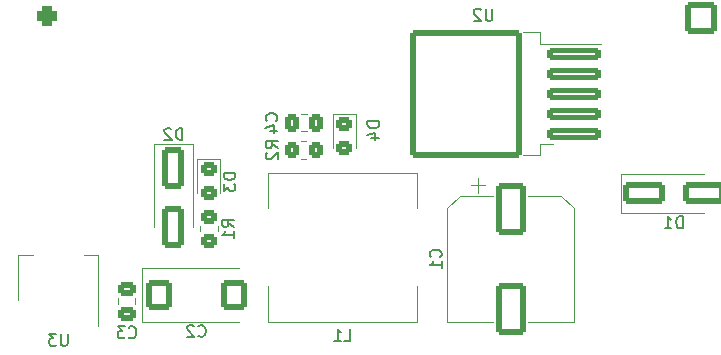
<source format=gbo>
G04 #@! TF.GenerationSoftware,KiCad,Pcbnew,7.0.5*
G04 #@! TF.CreationDate,2023-10-23T19:09:39+07:00*
G04 #@! TF.ProjectId,STM32F407VGT6,53544d33-3246-4343-9037-564754362e6b,rev?*
G04 #@! TF.SameCoordinates,Original*
G04 #@! TF.FileFunction,Legend,Bot*
G04 #@! TF.FilePolarity,Positive*
%FSLAX46Y46*%
G04 Gerber Fmt 4.6, Leading zero omitted, Abs format (unit mm)*
G04 Created by KiCad (PCBNEW 7.0.5) date 2023-10-23 19:09:39*
%MOMM*%
%LPD*%
G01*
G04 APERTURE LIST*
G04 Aperture macros list*
%AMRoundRect*
0 Rectangle with rounded corners*
0 $1 Rounding radius*
0 $2 $3 $4 $5 $6 $7 $8 $9 X,Y pos of 4 corners*
0 Add a 4 corners polygon primitive as box body*
4,1,4,$2,$3,$4,$5,$6,$7,$8,$9,$2,$3,0*
0 Add four circle primitives for the rounded corners*
1,1,$1+$1,$2,$3*
1,1,$1+$1,$4,$5*
1,1,$1+$1,$6,$7*
1,1,$1+$1,$8,$9*
0 Add four rect primitives between the rounded corners*
20,1,$1+$1,$2,$3,$4,$5,0*
20,1,$1+$1,$4,$5,$6,$7,0*
20,1,$1+$1,$6,$7,$8,$9,0*
20,1,$1+$1,$8,$9,$2,$3,0*%
G04 Aperture macros list end*
%ADD10C,0.150000*%
%ADD11C,0.120000*%
%ADD12RoundRect,0.425000X-0.425000X0.425000X-0.425000X-0.425000X0.425000X-0.425000X0.425000X0.425000X0*%
%ADD13C,1.700000*%
%ADD14RoundRect,0.250001X-1.099999X1.099999X-1.099999X-1.099999X1.099999X-1.099999X1.099999X1.099999X0*%
%ADD15C,2.700000*%
%ADD16RoundRect,0.425000X-0.425000X-0.425000X0.425000X-0.425000X0.425000X0.425000X-0.425000X0.425000X0*%
%ADD17RoundRect,0.425000X0.425000X-0.425000X0.425000X0.425000X-0.425000X0.425000X-0.425000X-0.425000X0*%
%ADD18C,1.500000*%
%ADD19R,2.000000X2.000000*%
%ADD20C,2.000000*%
%ADD21RoundRect,0.250000X0.475000X-0.337500X0.475000X0.337500X-0.475000X0.337500X-0.475000X-0.337500X0*%
%ADD22RoundRect,0.250000X2.050000X0.300000X-2.050000X0.300000X-2.050000X-0.300000X2.050000X-0.300000X0*%
%ADD23RoundRect,0.250002X4.449998X5.149998X-4.449998X5.149998X-4.449998X-5.149998X4.449998X-5.149998X0*%
%ADD24RoundRect,0.250000X-0.450000X0.325000X-0.450000X-0.325000X0.450000X-0.325000X0.450000X0.325000X0*%
%ADD25RoundRect,0.250000X-0.650000X1.500000X-0.650000X-1.500000X0.650000X-1.500000X0.650000X1.500000X0*%
%ADD26R,2.900000X5.400000*%
%ADD27R,1.500000X2.000000*%
%ADD28R,3.800000X2.000000*%
%ADD29RoundRect,0.250000X0.450000X-0.350000X0.450000X0.350000X-0.450000X0.350000X-0.450000X-0.350000X0*%
%ADD30RoundRect,0.250000X-0.337500X-0.475000X0.337500X-0.475000X0.337500X0.475000X-0.337500X0.475000X0*%
%ADD31RoundRect,0.250000X-0.875000X-1.025000X0.875000X-1.025000X0.875000X1.025000X-0.875000X1.025000X0*%
%ADD32RoundRect,0.250000X-1.000000X1.950000X-1.000000X-1.950000X1.000000X-1.950000X1.000000X1.950000X0*%
%ADD33RoundRect,0.250000X-1.500000X-0.650000X1.500000X-0.650000X1.500000X0.650000X-1.500000X0.650000X0*%
%ADD34RoundRect,0.250000X0.350000X0.450000X-0.350000X0.450000X-0.350000X-0.450000X0.350000X-0.450000X0*%
G04 APERTURE END LIST*
D10*
X130986666Y-141459580D02*
X131034285Y-141507200D01*
X131034285Y-141507200D02*
X131177142Y-141554819D01*
X131177142Y-141554819D02*
X131272380Y-141554819D01*
X131272380Y-141554819D02*
X131415237Y-141507200D01*
X131415237Y-141507200D02*
X131510475Y-141411961D01*
X131510475Y-141411961D02*
X131558094Y-141316723D01*
X131558094Y-141316723D02*
X131605713Y-141126247D01*
X131605713Y-141126247D02*
X131605713Y-140983390D01*
X131605713Y-140983390D02*
X131558094Y-140792914D01*
X131558094Y-140792914D02*
X131510475Y-140697676D01*
X131510475Y-140697676D02*
X131415237Y-140602438D01*
X131415237Y-140602438D02*
X131272380Y-140554819D01*
X131272380Y-140554819D02*
X131177142Y-140554819D01*
X131177142Y-140554819D02*
X131034285Y-140602438D01*
X131034285Y-140602438D02*
X130986666Y-140650057D01*
X130653332Y-140554819D02*
X130034285Y-140554819D01*
X130034285Y-140554819D02*
X130367618Y-140935771D01*
X130367618Y-140935771D02*
X130224761Y-140935771D01*
X130224761Y-140935771D02*
X130129523Y-140983390D01*
X130129523Y-140983390D02*
X130081904Y-141031009D01*
X130081904Y-141031009D02*
X130034285Y-141126247D01*
X130034285Y-141126247D02*
X130034285Y-141364342D01*
X130034285Y-141364342D02*
X130081904Y-141459580D01*
X130081904Y-141459580D02*
X130129523Y-141507200D01*
X130129523Y-141507200D02*
X130224761Y-141554819D01*
X130224761Y-141554819D02*
X130510475Y-141554819D01*
X130510475Y-141554819D02*
X130605713Y-141507200D01*
X130605713Y-141507200D02*
X130653332Y-141459580D01*
X161761904Y-113674819D02*
X161761904Y-114484342D01*
X161761904Y-114484342D02*
X161714285Y-114579580D01*
X161714285Y-114579580D02*
X161666666Y-114627200D01*
X161666666Y-114627200D02*
X161571428Y-114674819D01*
X161571428Y-114674819D02*
X161380952Y-114674819D01*
X161380952Y-114674819D02*
X161285714Y-114627200D01*
X161285714Y-114627200D02*
X161238095Y-114579580D01*
X161238095Y-114579580D02*
X161190476Y-114484342D01*
X161190476Y-114484342D02*
X161190476Y-113674819D01*
X160761904Y-113770057D02*
X160714285Y-113722438D01*
X160714285Y-113722438D02*
X160619047Y-113674819D01*
X160619047Y-113674819D02*
X160380952Y-113674819D01*
X160380952Y-113674819D02*
X160285714Y-113722438D01*
X160285714Y-113722438D02*
X160238095Y-113770057D01*
X160238095Y-113770057D02*
X160190476Y-113865295D01*
X160190476Y-113865295D02*
X160190476Y-113960533D01*
X160190476Y-113960533D02*
X160238095Y-114103390D01*
X160238095Y-114103390D02*
X160809523Y-114674819D01*
X160809523Y-114674819D02*
X160190476Y-114674819D01*
X140004819Y-127561905D02*
X139004819Y-127561905D01*
X139004819Y-127561905D02*
X139004819Y-127800000D01*
X139004819Y-127800000D02*
X139052438Y-127942857D01*
X139052438Y-127942857D02*
X139147676Y-128038095D01*
X139147676Y-128038095D02*
X139242914Y-128085714D01*
X139242914Y-128085714D02*
X139433390Y-128133333D01*
X139433390Y-128133333D02*
X139576247Y-128133333D01*
X139576247Y-128133333D02*
X139766723Y-128085714D01*
X139766723Y-128085714D02*
X139861961Y-128038095D01*
X139861961Y-128038095D02*
X139957200Y-127942857D01*
X139957200Y-127942857D02*
X140004819Y-127800000D01*
X140004819Y-127800000D02*
X140004819Y-127561905D01*
X139004819Y-128466667D02*
X139004819Y-129085714D01*
X139004819Y-129085714D02*
X139385771Y-128752381D01*
X139385771Y-128752381D02*
X139385771Y-128895238D01*
X139385771Y-128895238D02*
X139433390Y-128990476D01*
X139433390Y-128990476D02*
X139481009Y-129038095D01*
X139481009Y-129038095D02*
X139576247Y-129085714D01*
X139576247Y-129085714D02*
X139814342Y-129085714D01*
X139814342Y-129085714D02*
X139909580Y-129038095D01*
X139909580Y-129038095D02*
X139957200Y-128990476D01*
X139957200Y-128990476D02*
X140004819Y-128895238D01*
X140004819Y-128895238D02*
X140004819Y-128609524D01*
X140004819Y-128609524D02*
X139957200Y-128514286D01*
X139957200Y-128514286D02*
X139909580Y-128466667D01*
X135518094Y-124754819D02*
X135518094Y-123754819D01*
X135518094Y-123754819D02*
X135279999Y-123754819D01*
X135279999Y-123754819D02*
X135137142Y-123802438D01*
X135137142Y-123802438D02*
X135041904Y-123897676D01*
X135041904Y-123897676D02*
X134994285Y-123992914D01*
X134994285Y-123992914D02*
X134946666Y-124183390D01*
X134946666Y-124183390D02*
X134946666Y-124326247D01*
X134946666Y-124326247D02*
X134994285Y-124516723D01*
X134994285Y-124516723D02*
X135041904Y-124611961D01*
X135041904Y-124611961D02*
X135137142Y-124707200D01*
X135137142Y-124707200D02*
X135279999Y-124754819D01*
X135279999Y-124754819D02*
X135518094Y-124754819D01*
X134565713Y-123850057D02*
X134518094Y-123802438D01*
X134518094Y-123802438D02*
X134422856Y-123754819D01*
X134422856Y-123754819D02*
X134184761Y-123754819D01*
X134184761Y-123754819D02*
X134089523Y-123802438D01*
X134089523Y-123802438D02*
X134041904Y-123850057D01*
X134041904Y-123850057D02*
X133994285Y-123945295D01*
X133994285Y-123945295D02*
X133994285Y-124040533D01*
X133994285Y-124040533D02*
X134041904Y-124183390D01*
X134041904Y-124183390D02*
X134613332Y-124754819D01*
X134613332Y-124754819D02*
X133994285Y-124754819D01*
X149226666Y-141784819D02*
X149702856Y-141784819D01*
X149702856Y-141784819D02*
X149702856Y-140784819D01*
X148369523Y-141784819D02*
X148940951Y-141784819D01*
X148655237Y-141784819D02*
X148655237Y-140784819D01*
X148655237Y-140784819D02*
X148750475Y-140927676D01*
X148750475Y-140927676D02*
X148845713Y-141022914D01*
X148845713Y-141022914D02*
X148940951Y-141070533D01*
X125801904Y-141184819D02*
X125801904Y-141994342D01*
X125801904Y-141994342D02*
X125754285Y-142089580D01*
X125754285Y-142089580D02*
X125706666Y-142137200D01*
X125706666Y-142137200D02*
X125611428Y-142184819D01*
X125611428Y-142184819D02*
X125420952Y-142184819D01*
X125420952Y-142184819D02*
X125325714Y-142137200D01*
X125325714Y-142137200D02*
X125278095Y-142089580D01*
X125278095Y-142089580D02*
X125230476Y-141994342D01*
X125230476Y-141994342D02*
X125230476Y-141184819D01*
X124849523Y-141184819D02*
X124230476Y-141184819D01*
X124230476Y-141184819D02*
X124563809Y-141565771D01*
X124563809Y-141565771D02*
X124420952Y-141565771D01*
X124420952Y-141565771D02*
X124325714Y-141613390D01*
X124325714Y-141613390D02*
X124278095Y-141661009D01*
X124278095Y-141661009D02*
X124230476Y-141756247D01*
X124230476Y-141756247D02*
X124230476Y-141994342D01*
X124230476Y-141994342D02*
X124278095Y-142089580D01*
X124278095Y-142089580D02*
X124325714Y-142137200D01*
X124325714Y-142137200D02*
X124420952Y-142184819D01*
X124420952Y-142184819D02*
X124706666Y-142184819D01*
X124706666Y-142184819D02*
X124801904Y-142137200D01*
X124801904Y-142137200D02*
X124849523Y-142089580D01*
X139874819Y-132123333D02*
X139398628Y-131790000D01*
X139874819Y-131551905D02*
X138874819Y-131551905D01*
X138874819Y-131551905D02*
X138874819Y-131932857D01*
X138874819Y-131932857D02*
X138922438Y-132028095D01*
X138922438Y-132028095D02*
X138970057Y-132075714D01*
X138970057Y-132075714D02*
X139065295Y-132123333D01*
X139065295Y-132123333D02*
X139208152Y-132123333D01*
X139208152Y-132123333D02*
X139303390Y-132075714D01*
X139303390Y-132075714D02*
X139351009Y-132028095D01*
X139351009Y-132028095D02*
X139398628Y-131932857D01*
X139398628Y-131932857D02*
X139398628Y-131551905D01*
X139874819Y-133075714D02*
X139874819Y-132504286D01*
X139874819Y-132790000D02*
X138874819Y-132790000D01*
X138874819Y-132790000D02*
X139017676Y-132694762D01*
X139017676Y-132694762D02*
X139112914Y-132599524D01*
X139112914Y-132599524D02*
X139160533Y-132504286D01*
X143469580Y-123143333D02*
X143517200Y-123095714D01*
X143517200Y-123095714D02*
X143564819Y-122952857D01*
X143564819Y-122952857D02*
X143564819Y-122857619D01*
X143564819Y-122857619D02*
X143517200Y-122714762D01*
X143517200Y-122714762D02*
X143421961Y-122619524D01*
X143421961Y-122619524D02*
X143326723Y-122571905D01*
X143326723Y-122571905D02*
X143136247Y-122524286D01*
X143136247Y-122524286D02*
X142993390Y-122524286D01*
X142993390Y-122524286D02*
X142802914Y-122571905D01*
X142802914Y-122571905D02*
X142707676Y-122619524D01*
X142707676Y-122619524D02*
X142612438Y-122714762D01*
X142612438Y-122714762D02*
X142564819Y-122857619D01*
X142564819Y-122857619D02*
X142564819Y-122952857D01*
X142564819Y-122952857D02*
X142612438Y-123095714D01*
X142612438Y-123095714D02*
X142660057Y-123143333D01*
X142898152Y-124000476D02*
X143564819Y-124000476D01*
X142517200Y-123762381D02*
X143231485Y-123524286D01*
X143231485Y-123524286D02*
X143231485Y-124143333D01*
X136866666Y-141352080D02*
X136914285Y-141399700D01*
X136914285Y-141399700D02*
X137057142Y-141447319D01*
X137057142Y-141447319D02*
X137152380Y-141447319D01*
X137152380Y-141447319D02*
X137295237Y-141399700D01*
X137295237Y-141399700D02*
X137390475Y-141304461D01*
X137390475Y-141304461D02*
X137438094Y-141209223D01*
X137438094Y-141209223D02*
X137485713Y-141018747D01*
X137485713Y-141018747D02*
X137485713Y-140875890D01*
X137485713Y-140875890D02*
X137438094Y-140685414D01*
X137438094Y-140685414D02*
X137390475Y-140590176D01*
X137390475Y-140590176D02*
X137295237Y-140494938D01*
X137295237Y-140494938D02*
X137152380Y-140447319D01*
X137152380Y-140447319D02*
X137057142Y-140447319D01*
X137057142Y-140447319D02*
X136914285Y-140494938D01*
X136914285Y-140494938D02*
X136866666Y-140542557D01*
X136485713Y-140542557D02*
X136438094Y-140494938D01*
X136438094Y-140494938D02*
X136342856Y-140447319D01*
X136342856Y-140447319D02*
X136104761Y-140447319D01*
X136104761Y-140447319D02*
X136009523Y-140494938D01*
X136009523Y-140494938D02*
X135961904Y-140542557D01*
X135961904Y-140542557D02*
X135914285Y-140637795D01*
X135914285Y-140637795D02*
X135914285Y-140733033D01*
X135914285Y-140733033D02*
X135961904Y-140875890D01*
X135961904Y-140875890D02*
X136533332Y-141447319D01*
X136533332Y-141447319D02*
X135914285Y-141447319D01*
X152182319Y-123196905D02*
X151182319Y-123196905D01*
X151182319Y-123196905D02*
X151182319Y-123435000D01*
X151182319Y-123435000D02*
X151229938Y-123577857D01*
X151229938Y-123577857D02*
X151325176Y-123673095D01*
X151325176Y-123673095D02*
X151420414Y-123720714D01*
X151420414Y-123720714D02*
X151610890Y-123768333D01*
X151610890Y-123768333D02*
X151753747Y-123768333D01*
X151753747Y-123768333D02*
X151944223Y-123720714D01*
X151944223Y-123720714D02*
X152039461Y-123673095D01*
X152039461Y-123673095D02*
X152134700Y-123577857D01*
X152134700Y-123577857D02*
X152182319Y-123435000D01*
X152182319Y-123435000D02*
X152182319Y-123196905D01*
X151515652Y-124625476D02*
X152182319Y-124625476D01*
X151134700Y-124387381D02*
X151848985Y-124149286D01*
X151848985Y-124149286D02*
X151848985Y-124768333D01*
X157369580Y-134673333D02*
X157417200Y-134625714D01*
X157417200Y-134625714D02*
X157464819Y-134482857D01*
X157464819Y-134482857D02*
X157464819Y-134387619D01*
X157464819Y-134387619D02*
X157417200Y-134244762D01*
X157417200Y-134244762D02*
X157321961Y-134149524D01*
X157321961Y-134149524D02*
X157226723Y-134101905D01*
X157226723Y-134101905D02*
X157036247Y-134054286D01*
X157036247Y-134054286D02*
X156893390Y-134054286D01*
X156893390Y-134054286D02*
X156702914Y-134101905D01*
X156702914Y-134101905D02*
X156607676Y-134149524D01*
X156607676Y-134149524D02*
X156512438Y-134244762D01*
X156512438Y-134244762D02*
X156464819Y-134387619D01*
X156464819Y-134387619D02*
X156464819Y-134482857D01*
X156464819Y-134482857D02*
X156512438Y-134625714D01*
X156512438Y-134625714D02*
X156560057Y-134673333D01*
X157464819Y-135625714D02*
X157464819Y-135054286D01*
X157464819Y-135340000D02*
X156464819Y-135340000D01*
X156464819Y-135340000D02*
X156607676Y-135244762D01*
X156607676Y-135244762D02*
X156702914Y-135149524D01*
X156702914Y-135149524D02*
X156750533Y-135054286D01*
X177878094Y-132244819D02*
X177878094Y-131244819D01*
X177878094Y-131244819D02*
X177639999Y-131244819D01*
X177639999Y-131244819D02*
X177497142Y-131292438D01*
X177497142Y-131292438D02*
X177401904Y-131387676D01*
X177401904Y-131387676D02*
X177354285Y-131482914D01*
X177354285Y-131482914D02*
X177306666Y-131673390D01*
X177306666Y-131673390D02*
X177306666Y-131816247D01*
X177306666Y-131816247D02*
X177354285Y-132006723D01*
X177354285Y-132006723D02*
X177401904Y-132101961D01*
X177401904Y-132101961D02*
X177497142Y-132197200D01*
X177497142Y-132197200D02*
X177639999Y-132244819D01*
X177639999Y-132244819D02*
X177878094Y-132244819D01*
X176354285Y-132244819D02*
X176925713Y-132244819D01*
X176639999Y-132244819D02*
X176639999Y-131244819D01*
X176639999Y-131244819D02*
X176735237Y-131387676D01*
X176735237Y-131387676D02*
X176830475Y-131482914D01*
X176830475Y-131482914D02*
X176925713Y-131530533D01*
X143584819Y-125463333D02*
X143108628Y-125130000D01*
X143584819Y-124891905D02*
X142584819Y-124891905D01*
X142584819Y-124891905D02*
X142584819Y-125272857D01*
X142584819Y-125272857D02*
X142632438Y-125368095D01*
X142632438Y-125368095D02*
X142680057Y-125415714D01*
X142680057Y-125415714D02*
X142775295Y-125463333D01*
X142775295Y-125463333D02*
X142918152Y-125463333D01*
X142918152Y-125463333D02*
X143013390Y-125415714D01*
X143013390Y-125415714D02*
X143061009Y-125368095D01*
X143061009Y-125368095D02*
X143108628Y-125272857D01*
X143108628Y-125272857D02*
X143108628Y-124891905D01*
X142680057Y-125844286D02*
X142632438Y-125891905D01*
X142632438Y-125891905D02*
X142584819Y-125987143D01*
X142584819Y-125987143D02*
X142584819Y-126225238D01*
X142584819Y-126225238D02*
X142632438Y-126320476D01*
X142632438Y-126320476D02*
X142680057Y-126368095D01*
X142680057Y-126368095D02*
X142775295Y-126415714D01*
X142775295Y-126415714D02*
X142870533Y-126415714D01*
X142870533Y-126415714D02*
X143013390Y-126368095D01*
X143013390Y-126368095D02*
X143584819Y-125796667D01*
X143584819Y-125796667D02*
X143584819Y-126415714D01*
D11*
X130065000Y-138691252D02*
X130065000Y-138168748D01*
X131535000Y-138691252D02*
X131535000Y-138168748D01*
X165825000Y-126070000D02*
X165825000Y-125120000D01*
X165825000Y-125120000D02*
X166925000Y-125120000D01*
X165825000Y-116620000D02*
X170950000Y-116620000D01*
X165825000Y-115670000D02*
X165825000Y-116620000D01*
X164325000Y-126070000D02*
X165825000Y-126070000D01*
X164325000Y-115670000D02*
X165825000Y-115670000D01*
X138710000Y-126412500D02*
X138710000Y-129272500D01*
X136790000Y-126412500D02*
X138710000Y-126412500D01*
X136790000Y-129272500D02*
X136790000Y-126412500D01*
X136380000Y-125150000D02*
X136380000Y-132160000D01*
X133080000Y-125150000D02*
X136380000Y-125150000D01*
X133080000Y-125150000D02*
X133080000Y-132160000D01*
X155380000Y-140170000D02*
X155380000Y-137170000D01*
X155380000Y-130570000D02*
X155380000Y-127570000D01*
X155380000Y-127570000D02*
X142780000Y-127570000D01*
X142780000Y-140170000D02*
X155380000Y-140170000D01*
X142780000Y-137170000D02*
X142780000Y-140170000D01*
X142780000Y-127570000D02*
X142780000Y-130570000D01*
X128410000Y-140530000D02*
X128410000Y-134520000D01*
X121590000Y-138280000D02*
X121590000Y-134520000D01*
X121590000Y-134520000D02*
X122850000Y-134520000D01*
X128410000Y-134520000D02*
X127150000Y-134520000D01*
X137035000Y-132517064D02*
X137035000Y-132062936D01*
X138505000Y-132517064D02*
X138505000Y-132062936D01*
X145546248Y-122575000D02*
X146068752Y-122575000D01*
X145546248Y-124045000D02*
X146068752Y-124045000D01*
X132115000Y-135632500D02*
X140350000Y-135632500D01*
X132115000Y-140152500D02*
X132115000Y-135632500D01*
X140350000Y-140152500D02*
X132115000Y-140152500D01*
X150177500Y-122605000D02*
X150177500Y-125465000D01*
X148257500Y-122605000D02*
X150177500Y-122605000D01*
X148257500Y-125465000D02*
X148257500Y-122605000D01*
X160550000Y-127990000D02*
X160550000Y-129240000D01*
X159925000Y-128615000D02*
X161175000Y-128615000D01*
X167605563Y-129480000D02*
X164820000Y-129480000D01*
X167605563Y-129480000D02*
X168670000Y-130544437D01*
X159014437Y-129480000D02*
X161800000Y-129480000D01*
X159014437Y-129480000D02*
X157950000Y-130544437D01*
X168670000Y-130544437D02*
X168670000Y-140200000D01*
X157950000Y-130544437D02*
X157950000Y-140200000D01*
X168670000Y-140200000D02*
X164820000Y-140200000D01*
X157950000Y-140200000D02*
X161800000Y-140200000D01*
X172630000Y-127640000D02*
X179640000Y-127640000D01*
X172630000Y-130940000D02*
X172630000Y-127640000D01*
X172630000Y-130940000D02*
X179640000Y-130940000D01*
X146014564Y-126355000D02*
X145560436Y-126355000D01*
X146014564Y-124885000D02*
X145560436Y-124885000D01*
%LPC*%
D12*
X132810000Y-91250000D03*
D13*
X132810000Y-93790000D03*
X132810000Y-96330000D03*
X132810000Y-98870000D03*
D14*
X179460000Y-114452500D03*
D15*
X179460000Y-118412500D03*
D12*
X173340000Y-71420000D03*
D13*
X173340000Y-73960000D03*
X173340000Y-76500000D03*
X173340000Y-79040000D03*
D12*
X139879000Y-91250000D03*
D13*
X139879000Y-93790000D03*
X139879000Y-96330000D03*
X139879000Y-98870000D03*
D16*
X147350000Y-63940000D03*
D13*
X149890000Y-63940000D03*
X152430000Y-63940000D03*
X154970000Y-63940000D03*
X157510000Y-63940000D03*
D12*
X173230000Y-85240000D03*
D13*
X173230000Y-87780000D03*
X173230000Y-90320000D03*
X173230000Y-92860000D03*
D17*
X124080000Y-114270000D03*
D13*
X124080000Y-111730000D03*
D12*
X180939200Y-65510000D03*
D13*
X180939200Y-68050000D03*
X180939200Y-70590000D03*
X180939200Y-73130000D03*
X180939200Y-75670000D03*
D17*
X124155500Y-75962500D03*
D13*
X124155500Y-73422500D03*
X124155500Y-70882500D03*
X124155500Y-68342500D03*
X124155500Y-65802500D03*
D16*
X131230000Y-63940000D03*
D13*
X133770000Y-63940000D03*
X136310000Y-63940000D03*
X138850000Y-63940000D03*
X141390000Y-63940000D03*
D12*
X181040000Y-100840000D03*
D13*
X181040000Y-103380000D03*
X181040000Y-105920000D03*
X181040000Y-108460000D03*
D17*
X124060000Y-94540000D03*
D13*
X124060000Y-92000000D03*
X124060000Y-89460000D03*
X124060000Y-86920000D03*
X124060000Y-84380000D03*
X124060000Y-81840000D03*
D12*
X173230000Y-99440000D03*
D13*
X173230000Y-101980000D03*
X173230000Y-104520000D03*
X173230000Y-107060000D03*
D12*
X180979200Y-81580000D03*
D13*
X180979200Y-84120000D03*
X180979200Y-86660000D03*
X180979200Y-89200000D03*
X180979200Y-91740000D03*
X180979200Y-94280000D03*
D17*
X124100000Y-105760000D03*
D13*
X124100000Y-103220000D03*
X124100000Y-100680000D03*
D18*
X131440000Y-72677500D03*
X131440000Y-77557500D03*
D16*
X163400000Y-63990000D03*
D13*
X165940000Y-63990000D03*
X168480000Y-63990000D03*
X171020000Y-63990000D03*
X173560000Y-63990000D03*
D19*
X158786000Y-108856000D03*
D20*
X166386000Y-108856000D03*
D21*
X130800000Y-139467500D03*
X130800000Y-137392500D03*
D22*
X168650000Y-117470000D03*
X168650000Y-119170000D03*
X168650000Y-120870000D03*
D23*
X159500000Y-120870000D03*
D22*
X168650000Y-122570000D03*
X168650000Y-124270000D03*
D24*
X137750000Y-127247500D03*
X137750000Y-129297500D03*
D25*
X134730000Y-127160000D03*
X134730000Y-132160000D03*
D26*
X154030000Y-133870000D03*
X144130000Y-133870000D03*
D27*
X127300000Y-139580000D03*
X125000000Y-139580000D03*
D28*
X125000000Y-133280000D03*
D27*
X122700000Y-139580000D03*
D29*
X137770000Y-133290000D03*
X137770000Y-131290000D03*
D30*
X144770000Y-123310000D03*
X146845000Y-123310000D03*
D31*
X133500000Y-137892500D03*
X139900000Y-137892500D03*
D24*
X149217500Y-123440000D03*
X149217500Y-125490000D03*
D32*
X163310000Y-130640000D03*
X163310000Y-139040000D03*
D33*
X174640000Y-129290000D03*
X179640000Y-129290000D03*
D34*
X146787500Y-125620000D03*
X144787500Y-125620000D03*
%LPD*%
M02*

</source>
